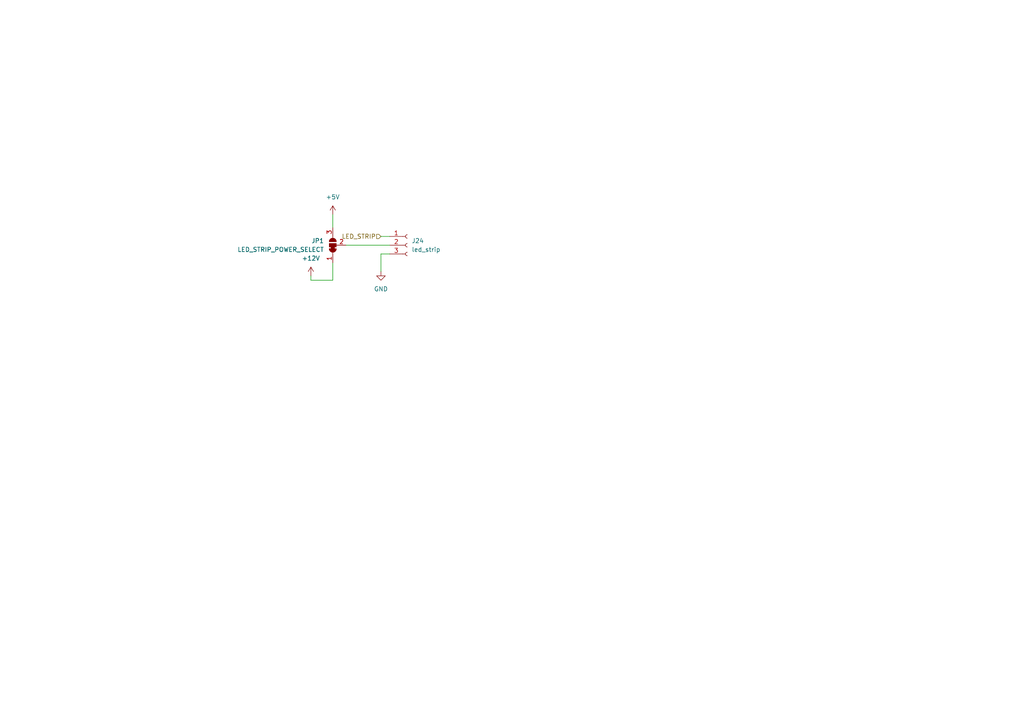
<source format=kicad_sch>
(kicad_sch (version 20230121) (generator eeschema)
  (paper "A4")
  (lib_symbols
    (symbol "Connector:Conn_01x03_Socket" (pin_names (offset 1.016) hide)
      (property "Reference" "J" (at 0 5.08 0))
      (property "Value" "Conn_01x03_Socket" (at 0 -5.08 0))
      (symbol "Conn_01x03_Socket_1_1"
        (arc (start 0 -2.032) (mid -0.5058 -2.54) (end 0 -3.048) (stroke (width 0.1524)))
        (polyline (pts (xy -1.27 -2.54) (xy -0.508 -2.54)) (stroke (width 0.1524)))
        (polyline (pts (xy -1.27 0) (xy -0.508 0)) (stroke (width 0.1524)))
        (polyline (pts (xy -1.27 2.54) (xy -0.508 2.54)) (stroke (width 0.1524)))
        (arc (start 0 0.508) (mid -0.5058 0) (end 0 -0.508) (stroke (width 0.1524)))
        (arc (start 0 3.048) (mid -0.5058 2.54) (end 0 2.032) (stroke (width 0.1524)))
        (pin passive line (at -5.08 2.54 0) (length 3.81) (name "Pin_1") (number "1"))
        (pin passive line (at -5.08 0 0) (length 3.81) (name "Pin_2") (number "2"))
        (pin passive line (at -5.08 -2.54 0) (length 3.81) (name "Pin_3") (number "3"))
      )
    )
    (symbol "Jumper:SolderJumper_3_Bridged12" (pin_names (offset 0) hide)
      (property "Reference" "JP" (at -2.54 -2.54 0))
      (property "Value" "SolderJumper_3_Bridged12" (at 0 2.794 0))
      (symbol "SolderJumper_3_Bridged12_0_1"
        (rectangle (start -1.016 0.508) (end -0.508 -0.508) (fill (type outline)))
        (arc (start -1.016 1.016) (mid -2.0276 0) (end -1.016 -1.016))
        (arc (start -1.016 1.016) (mid -2.0276 0) (end -1.016 -1.016) (fill (type outline)))
        (rectangle (start -0.508 1.016) (end 0.508 -1.016) (fill (type outline)))
        (polyline (pts (xy -2.54 0) (xy -2.032 0)))
        (polyline (pts (xy -1.016 1.016) (xy -1.016 -1.016)))
        (polyline (pts (xy 0 -1.27) (xy 0 -1.016)))
        (polyline (pts (xy 1.016 1.016) (xy 1.016 -1.016)))
        (polyline (pts (xy 2.54 0) (xy 2.032 0)))
        (arc (start 1.016 -1.016) (mid 2.0276 0) (end 1.016 1.016))
        (arc (start 1.016 -1.016) (mid 2.0276 0) (end 1.016 1.016) (fill (type outline)))
      )
      (symbol "SolderJumper_3_Bridged12_1_1"
        (pin passive line (at -5.08 0 0) (length 2.54) (name "A") (number "1"))
        (pin passive line (at 0 -3.81 90) (length 2.54) (name "C") (number "2"))
        (pin passive line (at 5.08 0 180) (length 2.54) (name "B") (number "3"))
      )
    )
    (symbol "power:+12V" (power) (pin_names (offset 0))
      (property "Value" "+12V" (at 0 3.556 0))
      (symbol "+12V_0_1"
        (polyline (pts (xy -0.762 1.27) (xy 0 2.54)))
        (polyline (pts (xy 0 0) (xy 0 2.54)))
        (polyline (pts (xy 0 2.54) (xy 0.762 1.27)))
      )
      (symbol "+12V_1_1"
        (pin power_in line (at 0 0 90) (length 0) hide (name "+12V") (number "1"))
      )
    )
    (symbol "power:+5V" (power) (pin_names (offset 0))
      (property "Value" "+5V" (at 0 3.556 0))
      (symbol "+5V_0_1"
        (polyline (pts (xy -0.762 1.27) (xy 0 2.54)))
        (polyline (pts (xy 0 0) (xy 0 2.54)))
        (polyline (pts (xy 0 2.54) (xy 0.762 1.27)))
      )
      (symbol "+5V_1_1"
        (pin power_in line (at 0 0 90) (length 0) hide (name "+5V") (number "1"))
      )
    )
    (symbol "power:GND" (power) (pin_names (offset 0))
      (property "Value" "GND" (at 0 -3.81 0))
      (symbol "GND_0_1"
        (polyline (pts (xy 0 0) (xy 0 -1.27) (xy 1.27 -1.27) (xy 0 -2.54) (xy -1.27 -1.27) (xy 0 -1.27)))
      )
      (symbol "GND_1_1"
        (pin power_in line (at 0 0 270) (length 0) hide (name "GND") (number "1"))
      )
    )
  )
  (wire (pts (xy 113.03 73.66) (xy 110.49 73.66)))
  (wire (pts (xy 110.49 68.58) (xy 113.03 68.58)))
  (wire (pts (xy 90.17 80.01) (xy 90.17 81.28)))
  (wire (pts (xy 110.49 73.66) (xy 110.49 78.74)))
  (wire (pts (xy 96.52 81.28) (xy 96.52 76.2)))
  (wire (pts (xy 96.52 62.23) (xy 96.52 66.04)))
  (wire (pts (xy 90.17 81.28) (xy 96.52 81.28)))
  (wire (pts (xy 100.33 71.12) (xy 113.03 71.12)))
  (hierarchical_label "LED_STRIP" (shape input) (at 110.49 68.58 180))
  (symbol (lib_id "Jumper:SolderJumper_3_Bridged12") (at 96.52 71.12 90) (unit 1)
    (property "Reference" "JP1" (at 93.98 69.85 90) (effects (justify left)))
    (property "Value" "LED_STRIP_POWER_SELECT" (at 93.98 72.39 90) (effects (justify left)))
    (property "Footprint" "Jumper:SolderJumper-3_P1.3mm_Bridged12_RoundedPad1.0x1.5mm" (effects hide))
  )
  (symbol (lib_id "power:+5V") (at 96.52 62.23 0) (unit 1)
    (property "Reference" "#PWR053" (effects hide))
    (property "Value" "+5V" (at 96.52 57.15 0))
  )
  (symbol (lib_id "power:+12V") (at 90.17 80.01 0) (unit 1)
    (property "Reference" "#PWR054" (effects hide))
    (property "Value" "+12V" (at 90.17 74.93 0))
  )
  (symbol (lib_id "Connector:Conn_01x03_Socket") (at 118.11 71.12 0) (unit 1)
    (property "Reference" "J24" (at 119.38 69.85 0) (effects (justify left)))
    (property "Value" "led_strip" (at 119.38 72.39 0) (effects (justify left)))
  )
  (symbol (lib_id "power:GND") (at 110.49 78.74 0) (unit 1)
    (property "Reference" "#PWR055" (effects hide))
    (property "Value" "GND" (at 110.49 83.82 0))
  )
)
</source>
